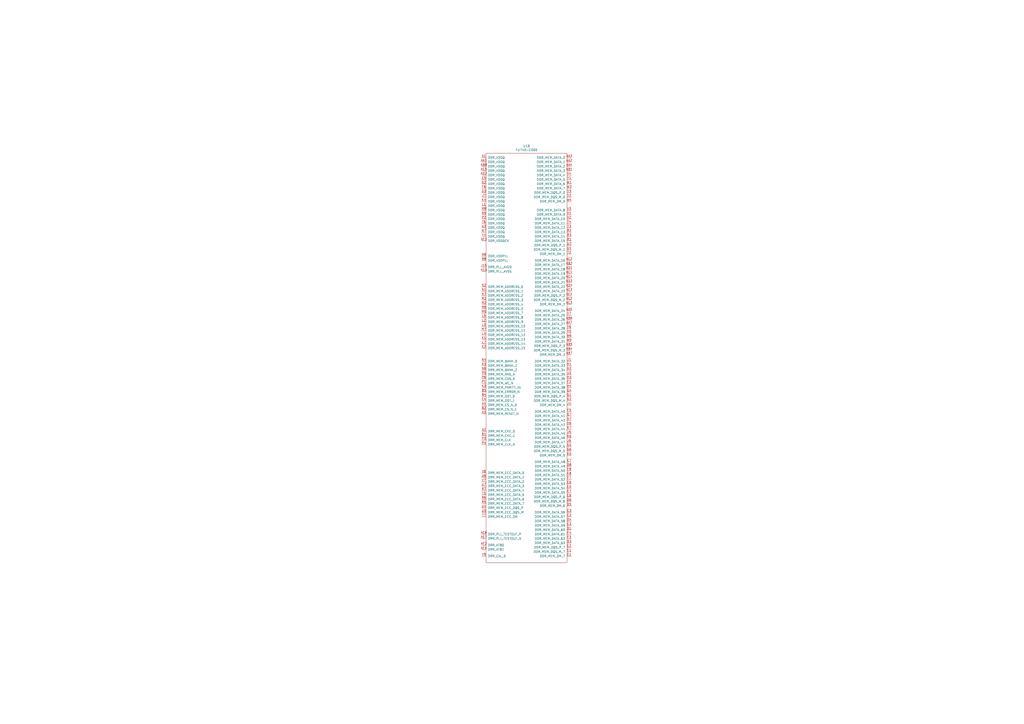
<source format=kicad_sch>
(kicad_sch (version 20231120) (generator "eeschema") (generator_version "8.0")
  (paper "A2")
  (symbol (lib_name "sifive:FU740-C000") (lib_id "sifive:FU740-C000") (at 304.8 86.36 0) (unit 2)
    (property "Reference" "U1" (at 305.435 84.709 0))
    (property "Value" "FU740-C000" (at 305.435 87.0204 0))
    (property "Datasheet" "https://sifive.cdn.prismic.io/sifive/d0556df9-55c6-47a8-b0f2-4b1521546543_hifive-unmatched-datasheet.pdf" (effects (hide yes)))
  )
)
</source>
